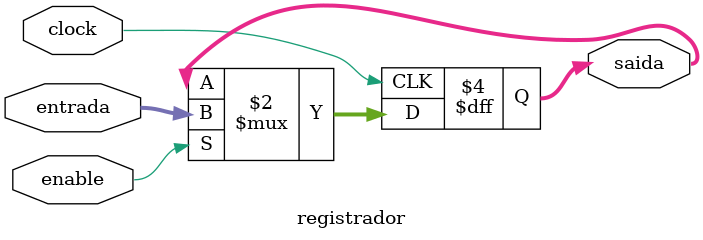
<source format=v>
module registrador (
    input clock,
    input enable,
    input [15:0] entrada,
    output reg [15:0] saida
);

    always @(posedge clock) begin
        if (enable)
            saida <= entrada;
    end

endmodule
</source>
